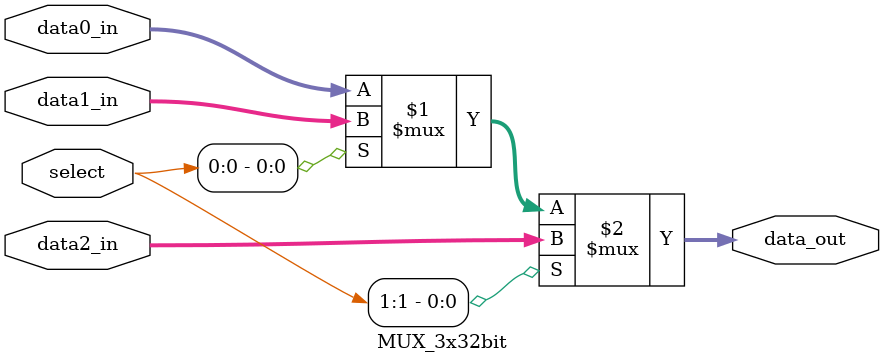
<source format=v>
module MUX_3x32bit(    
    data0_in,
    data1_in,
    data2_in,
    select,
    data_out
);

input [31:0] data0_in, data1_in, data2_in;
input [1:0] select;
output [31:0] data_out;

assign data_out = (select[1]) ? data2_in : ((select[0]) ? data1_in : data0_in);

endmodule

</source>
